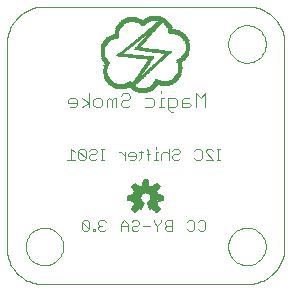
<source format=gbo>
G75*
G70*
%OFA0B0*%
%FSLAX24Y24*%
%IPPOS*%
%LPD*%
%AMOC8*
5,1,8,0,0,1.08239X$1,22.5*
%
%ADD10C,0.0000*%
%ADD11C,0.0040*%
%ADD12R,0.0130X0.0010*%
%ADD13R,0.0260X0.0010*%
%ADD14R,0.0330X0.0010*%
%ADD15R,0.0390X0.0010*%
%ADD16R,0.0450X0.0010*%
%ADD17R,0.0490X0.0010*%
%ADD18R,0.0530X0.0010*%
%ADD19R,0.0570X0.0010*%
%ADD20R,0.0610X0.0010*%
%ADD21R,0.0640X0.0010*%
%ADD22R,0.0670X0.0010*%
%ADD23R,0.0690X0.0010*%
%ADD24R,0.0730X0.0010*%
%ADD25R,0.0750X0.0010*%
%ADD26R,0.0770X0.0010*%
%ADD27R,0.0210X0.0010*%
%ADD28R,0.0320X0.0010*%
%ADD29R,0.0290X0.0010*%
%ADD30R,0.0370X0.0010*%
%ADD31R,0.0270X0.0010*%
%ADD32R,0.0420X0.0010*%
%ADD33R,0.0250X0.0010*%
%ADD34R,0.0460X0.0010*%
%ADD35R,0.0240X0.0010*%
%ADD36R,0.0520X0.0010*%
%ADD37R,0.0230X0.0010*%
%ADD38R,0.0550X0.0010*%
%ADD39R,0.0220X0.0010*%
%ADD40R,0.0800X0.0010*%
%ADD41R,0.0200X0.0010*%
%ADD42R,0.0190X0.0010*%
%ADD43R,0.0810X0.0010*%
%ADD44R,0.0280X0.0010*%
%ADD45R,0.0840X0.0010*%
%ADD46R,0.0360X0.0010*%
%ADD47R,0.0860X0.0010*%
%ADD48R,0.0880X0.0010*%
%ADD49R,0.0470X0.0010*%
%ADD50R,0.0350X0.0010*%
%ADD51R,0.0650X0.0010*%
%ADD52R,0.0310X0.0010*%
%ADD53R,0.0660X0.0010*%
%ADD54R,0.0410X0.0010*%
%ADD55R,0.0680X0.0010*%
%ADD56R,0.0700X0.0010*%
%ADD57R,0.0180X0.0010*%
%ADD58R,0.0170X0.0010*%
%ADD59R,0.0140X0.0010*%
%ADD60R,0.0110X0.0010*%
%ADD61R,0.0720X0.0010*%
%ADD62R,0.0090X0.0010*%
%ADD63R,0.0040X0.0010*%
%ADD64R,0.0160X0.0010*%
%ADD65R,0.0100X0.0010*%
%ADD66R,0.0050X0.0010*%
%ADD67R,0.0150X0.0010*%
%ADD68R,0.0120X0.0010*%
%ADD69R,0.0380X0.0010*%
%ADD70R,0.0590X0.0010*%
%ADD71R,0.0890X0.0010*%
%ADD72R,0.0970X0.0010*%
%ADD73R,0.0940X0.0010*%
%ADD74R,0.0740X0.0010*%
%ADD75R,0.0620X0.0010*%
%ADD76R,0.0510X0.0010*%
%ADD77R,0.0400X0.0010*%
%ADD78R,0.0500X0.0010*%
%ADD79R,0.0580X0.0010*%
%ADD80R,0.0760X0.0010*%
%ADD81R,0.0430X0.0010*%
%ADD82R,0.0340X0.0010*%
%ADD83R,0.0080X0.0010*%
%ADD84R,0.0440X0.0010*%
%ADD85R,0.0300X0.0010*%
%ADD86R,0.0980X0.0010*%
%ADD87R,0.1000X0.0010*%
%ADD88R,0.0630X0.0010*%
%ADD89R,0.0600X0.0010*%
%ADD90R,0.0560X0.0010*%
%ADD91R,0.0480X0.0010*%
%ADD92C,0.0030*%
%ADD93C,0.0059*%
D10*
X000411Y001660D02*
X000409Y001594D01*
X000411Y001528D01*
X000417Y001462D01*
X000426Y001396D01*
X000439Y001331D01*
X000456Y001266D01*
X000476Y001203D01*
X000500Y001141D01*
X000527Y001081D01*
X000558Y001022D01*
X000592Y000964D01*
X000629Y000909D01*
X000669Y000856D01*
X000712Y000806D01*
X000757Y000757D01*
X000806Y000712D01*
X000856Y000669D01*
X000909Y000629D01*
X000964Y000592D01*
X001022Y000558D01*
X001081Y000527D01*
X001141Y000500D01*
X001203Y000476D01*
X001266Y000456D01*
X001331Y000439D01*
X001396Y000426D01*
X001462Y000417D01*
X001528Y000411D01*
X001594Y000409D01*
X001660Y000411D01*
X001660Y000410D02*
X008410Y000410D01*
X008478Y000412D01*
X008545Y000417D01*
X008612Y000426D01*
X008679Y000439D01*
X008744Y000456D01*
X008809Y000475D01*
X008873Y000499D01*
X008935Y000526D01*
X008996Y000556D01*
X009054Y000589D01*
X009111Y000625D01*
X009166Y000665D01*
X009219Y000707D01*
X009270Y000753D01*
X009317Y000800D01*
X009363Y000851D01*
X009405Y000904D01*
X009445Y000959D01*
X009481Y001016D01*
X009514Y001074D01*
X009544Y001135D01*
X009571Y001197D01*
X009595Y001261D01*
X009614Y001326D01*
X009631Y001391D01*
X009644Y001458D01*
X009653Y001525D01*
X009658Y001592D01*
X009660Y001660D01*
X009660Y008410D01*
X009658Y008478D01*
X009653Y008545D01*
X009644Y008612D01*
X009631Y008679D01*
X009614Y008744D01*
X009595Y008809D01*
X009571Y008873D01*
X009544Y008935D01*
X009514Y008996D01*
X009481Y009054D01*
X009445Y009111D01*
X009405Y009166D01*
X009363Y009219D01*
X009317Y009270D01*
X009270Y009317D01*
X009219Y009363D01*
X009166Y009405D01*
X009111Y009445D01*
X009054Y009481D01*
X008996Y009514D01*
X008935Y009544D01*
X008873Y009571D01*
X008809Y009595D01*
X008744Y009614D01*
X008679Y009631D01*
X008612Y009644D01*
X008545Y009653D01*
X008478Y009658D01*
X008410Y009660D01*
X001660Y009660D01*
X001592Y009658D01*
X001525Y009653D01*
X001458Y009644D01*
X001391Y009631D01*
X001326Y009614D01*
X001261Y009595D01*
X001197Y009571D01*
X001135Y009544D01*
X001074Y009514D01*
X001016Y009481D01*
X000959Y009445D01*
X000904Y009405D01*
X000851Y009363D01*
X000800Y009317D01*
X000753Y009270D01*
X000707Y009219D01*
X000665Y009166D01*
X000625Y009111D01*
X000589Y009054D01*
X000556Y008996D01*
X000526Y008935D01*
X000499Y008873D01*
X000475Y008809D01*
X000456Y008744D01*
X000439Y008679D01*
X000426Y008612D01*
X000417Y008545D01*
X000412Y008478D01*
X000410Y008410D01*
X000410Y001660D01*
X001035Y001660D02*
X001037Y001710D01*
X001043Y001759D01*
X001053Y001808D01*
X001066Y001855D01*
X001084Y001902D01*
X001105Y001947D01*
X001129Y001990D01*
X001157Y002031D01*
X001188Y002070D01*
X001222Y002106D01*
X001259Y002140D01*
X001299Y002170D01*
X001340Y002197D01*
X001384Y002221D01*
X001429Y002241D01*
X001476Y002257D01*
X001524Y002270D01*
X001573Y002279D01*
X001623Y002284D01*
X001672Y002285D01*
X001722Y002282D01*
X001771Y002275D01*
X001820Y002264D01*
X001867Y002250D01*
X001913Y002231D01*
X001958Y002209D01*
X002001Y002184D01*
X002041Y002155D01*
X002079Y002123D01*
X002115Y002089D01*
X002148Y002051D01*
X002177Y002011D01*
X002203Y001969D01*
X002226Y001925D01*
X002245Y001879D01*
X002261Y001832D01*
X002273Y001783D01*
X002281Y001734D01*
X002285Y001685D01*
X002285Y001635D01*
X002281Y001586D01*
X002273Y001537D01*
X002261Y001488D01*
X002245Y001441D01*
X002226Y001395D01*
X002203Y001351D01*
X002177Y001309D01*
X002148Y001269D01*
X002115Y001231D01*
X002079Y001197D01*
X002041Y001165D01*
X002001Y001136D01*
X001958Y001111D01*
X001913Y001089D01*
X001867Y001070D01*
X001820Y001056D01*
X001771Y001045D01*
X001722Y001038D01*
X001672Y001035D01*
X001623Y001036D01*
X001573Y001041D01*
X001524Y001050D01*
X001476Y001063D01*
X001429Y001079D01*
X001384Y001099D01*
X001340Y001123D01*
X001299Y001150D01*
X001259Y001180D01*
X001222Y001214D01*
X001188Y001250D01*
X001157Y001289D01*
X001129Y001330D01*
X001105Y001373D01*
X001084Y001418D01*
X001066Y001465D01*
X001053Y001512D01*
X001043Y001561D01*
X001037Y001610D01*
X001035Y001660D01*
X007785Y001660D02*
X007787Y001710D01*
X007793Y001759D01*
X007803Y001808D01*
X007816Y001855D01*
X007834Y001902D01*
X007855Y001947D01*
X007879Y001990D01*
X007907Y002031D01*
X007938Y002070D01*
X007972Y002106D01*
X008009Y002140D01*
X008049Y002170D01*
X008090Y002197D01*
X008134Y002221D01*
X008179Y002241D01*
X008226Y002257D01*
X008274Y002270D01*
X008323Y002279D01*
X008373Y002284D01*
X008422Y002285D01*
X008472Y002282D01*
X008521Y002275D01*
X008570Y002264D01*
X008617Y002250D01*
X008663Y002231D01*
X008708Y002209D01*
X008751Y002184D01*
X008791Y002155D01*
X008829Y002123D01*
X008865Y002089D01*
X008898Y002051D01*
X008927Y002011D01*
X008953Y001969D01*
X008976Y001925D01*
X008995Y001879D01*
X009011Y001832D01*
X009023Y001783D01*
X009031Y001734D01*
X009035Y001685D01*
X009035Y001635D01*
X009031Y001586D01*
X009023Y001537D01*
X009011Y001488D01*
X008995Y001441D01*
X008976Y001395D01*
X008953Y001351D01*
X008927Y001309D01*
X008898Y001269D01*
X008865Y001231D01*
X008829Y001197D01*
X008791Y001165D01*
X008751Y001136D01*
X008708Y001111D01*
X008663Y001089D01*
X008617Y001070D01*
X008570Y001056D01*
X008521Y001045D01*
X008472Y001038D01*
X008422Y001035D01*
X008373Y001036D01*
X008323Y001041D01*
X008274Y001050D01*
X008226Y001063D01*
X008179Y001079D01*
X008134Y001099D01*
X008090Y001123D01*
X008049Y001150D01*
X008009Y001180D01*
X007972Y001214D01*
X007938Y001250D01*
X007907Y001289D01*
X007879Y001330D01*
X007855Y001373D01*
X007834Y001418D01*
X007816Y001465D01*
X007803Y001512D01*
X007793Y001561D01*
X007787Y001610D01*
X007785Y001660D01*
X007785Y008410D02*
X007787Y008460D01*
X007793Y008509D01*
X007803Y008558D01*
X007816Y008605D01*
X007834Y008652D01*
X007855Y008697D01*
X007879Y008740D01*
X007907Y008781D01*
X007938Y008820D01*
X007972Y008856D01*
X008009Y008890D01*
X008049Y008920D01*
X008090Y008947D01*
X008134Y008971D01*
X008179Y008991D01*
X008226Y009007D01*
X008274Y009020D01*
X008323Y009029D01*
X008373Y009034D01*
X008422Y009035D01*
X008472Y009032D01*
X008521Y009025D01*
X008570Y009014D01*
X008617Y009000D01*
X008663Y008981D01*
X008708Y008959D01*
X008751Y008934D01*
X008791Y008905D01*
X008829Y008873D01*
X008865Y008839D01*
X008898Y008801D01*
X008927Y008761D01*
X008953Y008719D01*
X008976Y008675D01*
X008995Y008629D01*
X009011Y008582D01*
X009023Y008533D01*
X009031Y008484D01*
X009035Y008435D01*
X009035Y008385D01*
X009031Y008336D01*
X009023Y008287D01*
X009011Y008238D01*
X008995Y008191D01*
X008976Y008145D01*
X008953Y008101D01*
X008927Y008059D01*
X008898Y008019D01*
X008865Y007981D01*
X008829Y007947D01*
X008791Y007915D01*
X008751Y007886D01*
X008708Y007861D01*
X008663Y007839D01*
X008617Y007820D01*
X008570Y007806D01*
X008521Y007795D01*
X008472Y007788D01*
X008422Y007785D01*
X008373Y007786D01*
X008323Y007791D01*
X008274Y007800D01*
X008226Y007813D01*
X008179Y007829D01*
X008134Y007849D01*
X008090Y007873D01*
X008049Y007900D01*
X008009Y007930D01*
X007972Y007964D01*
X007938Y008000D01*
X007907Y008039D01*
X007879Y008080D01*
X007855Y008123D01*
X007834Y008168D01*
X007816Y008215D01*
X007803Y008262D01*
X007793Y008311D01*
X007787Y008360D01*
X007785Y008410D01*
D11*
X007015Y006765D02*
X006862Y006612D01*
X006708Y006765D01*
X006708Y006305D01*
X006555Y006382D02*
X006478Y006458D01*
X006248Y006458D01*
X006248Y006535D02*
X006248Y006305D01*
X006478Y006305D01*
X006555Y006382D01*
X006478Y006612D02*
X006324Y006612D01*
X006248Y006535D01*
X006094Y006535D02*
X006094Y006382D01*
X006017Y006305D01*
X005787Y006305D01*
X005787Y006228D02*
X005787Y006612D01*
X006017Y006612D01*
X006094Y006535D01*
X005941Y006152D02*
X005864Y006152D01*
X005787Y006228D01*
X005634Y006305D02*
X005480Y006305D01*
X005557Y006305D02*
X005557Y006612D01*
X005634Y006612D01*
X005557Y006765D02*
X005557Y006842D01*
X005327Y006535D02*
X005327Y006382D01*
X005250Y006305D01*
X005020Y006305D01*
X005020Y006612D02*
X005250Y006612D01*
X005327Y006535D01*
X004515Y006612D02*
X004438Y006535D01*
X004285Y006535D01*
X004208Y006458D01*
X004208Y006382D01*
X004285Y006305D01*
X004438Y006305D01*
X004515Y006382D01*
X004515Y006612D02*
X004515Y006689D01*
X004438Y006765D01*
X004285Y006765D01*
X004208Y006689D01*
X004055Y006612D02*
X003978Y006612D01*
X003901Y006535D01*
X003824Y006612D01*
X003748Y006535D01*
X003748Y006305D01*
X003901Y006305D02*
X003901Y006535D01*
X004055Y006612D02*
X004055Y006305D01*
X003594Y006382D02*
X003517Y006305D01*
X003364Y006305D01*
X003287Y006382D01*
X003287Y006535D01*
X003364Y006612D01*
X003517Y006612D01*
X003594Y006535D01*
X003594Y006382D01*
X003134Y006458D02*
X002904Y006612D01*
X002750Y006535D02*
X002673Y006612D01*
X002520Y006612D01*
X002443Y006535D01*
X002443Y006458D01*
X002750Y006458D01*
X002750Y006382D02*
X002750Y006535D01*
X002750Y006382D02*
X002673Y006305D01*
X002520Y006305D01*
X002904Y006305D02*
X003134Y006458D01*
X003134Y006305D02*
X003134Y006765D01*
X007015Y006765D02*
X007015Y006305D01*
D12*
X005425Y007185D03*
X004985Y007565D03*
X005005Y007595D03*
X004915Y007465D03*
X004895Y007435D03*
X005095Y007725D03*
X005115Y007755D03*
X005185Y007855D03*
X004795Y008295D03*
X004805Y008305D03*
X004815Y008315D03*
X004825Y008325D03*
X004835Y008335D03*
X004845Y008345D03*
X004875Y008385D03*
X004885Y008395D03*
X004895Y008405D03*
X004905Y008415D03*
X004915Y008425D03*
X004945Y008465D03*
X004955Y008475D03*
X004965Y008485D03*
X004975Y008495D03*
X004985Y008505D03*
X004995Y008515D03*
X005015Y008545D03*
X005025Y008555D03*
X005035Y008565D03*
X005045Y008575D03*
X005055Y008585D03*
X005065Y008595D03*
X005095Y008635D03*
X005105Y008645D03*
X005115Y008655D03*
X005125Y008665D03*
X005135Y008675D03*
X005145Y008685D03*
X005165Y008715D03*
X004945Y006765D03*
D13*
X004940Y006775D03*
X004640Y006945D03*
X004870Y007295D03*
X003920Y007075D03*
X003830Y008555D03*
X004290Y009105D03*
X005190Y008815D03*
X005200Y008825D03*
X005210Y008835D03*
X005220Y008845D03*
X005230Y008855D03*
X005350Y009315D03*
X005960Y007175D03*
D14*
X005175Y006915D03*
X004945Y006785D03*
X003885Y008575D03*
X003975Y008645D03*
X004365Y009135D03*
X005355Y009305D03*
D15*
X005355Y009295D03*
X005615Y009115D03*
X005985Y008825D03*
X004925Y009115D03*
X004565Y007075D03*
X004945Y006795D03*
D16*
X004945Y006805D03*
X006085Y008735D03*
X006025Y008785D03*
X005355Y009285D03*
D17*
X004925Y008235D03*
X005045Y007915D03*
X004945Y006815D03*
D18*
X004945Y006825D03*
X005355Y009265D03*
D19*
X005355Y009255D03*
X004955Y008225D03*
X004945Y006835D03*
D20*
X004945Y006845D03*
X005355Y009245D03*
D21*
X005350Y009235D03*
X005580Y007045D03*
X004940Y006855D03*
D22*
X004945Y006865D03*
X005625Y007075D03*
X005565Y008125D03*
X005355Y009225D03*
D23*
X004945Y006875D03*
D24*
X004945Y006885D03*
X005695Y007145D03*
X005025Y008205D03*
X005355Y009205D03*
D25*
X005355Y009195D03*
X005245Y008175D03*
X005095Y008195D03*
X005535Y008135D03*
X004945Y006895D03*
D26*
X004945Y006905D03*
X005355Y009185D03*
D27*
X005365Y008985D03*
X005355Y008975D03*
X005345Y008965D03*
X005725Y009095D03*
X005735Y009085D03*
X006285Y008655D03*
X006295Y008645D03*
X006305Y008635D03*
X006175Y007815D03*
X004945Y009065D03*
X004225Y009055D03*
X004215Y009045D03*
X004205Y009035D03*
X003825Y007145D03*
X003835Y007135D03*
X003845Y007125D03*
X004215Y006905D03*
D28*
X004710Y006915D03*
X005700Y008085D03*
X006170Y008725D03*
X005620Y009145D03*
X005590Y009175D03*
X005110Y009175D03*
X004590Y009265D03*
X004860Y008255D03*
D29*
X005095Y008725D03*
X005105Y008735D03*
X005115Y008745D03*
X005125Y008755D03*
X005135Y008765D03*
X005615Y009165D03*
X005925Y008865D03*
X006195Y008715D03*
X005205Y006925D03*
X004685Y006925D03*
X004215Y006915D03*
X004265Y008055D03*
X003995Y008665D03*
D30*
X003935Y008605D03*
X003925Y008595D03*
X003915Y008585D03*
X004585Y007085D03*
X004205Y006925D03*
X005975Y008835D03*
D31*
X006215Y008705D03*
X005175Y008805D03*
X005165Y008795D03*
X004005Y008675D03*
X004895Y007325D03*
X004885Y007315D03*
X004875Y007305D03*
X004655Y006935D03*
X005225Y006935D03*
D32*
X005670Y007035D03*
X004520Y007055D03*
X004210Y006935D03*
X006000Y008805D03*
D33*
X006235Y008695D03*
X006225Y007875D03*
X006215Y007865D03*
X005975Y007185D03*
X005245Y006945D03*
X004855Y007285D03*
X004845Y007275D03*
X004625Y006955D03*
X004825Y008265D03*
X005245Y008865D03*
X005255Y008875D03*
X004275Y009095D03*
X004015Y008685D03*
X003815Y008545D03*
D34*
X004210Y006945D03*
D35*
X003900Y007085D03*
X004820Y007245D03*
X004830Y007255D03*
X004840Y007265D03*
X005260Y006955D03*
X005460Y007155D03*
X006190Y007835D03*
X006200Y007845D03*
X006210Y007855D03*
X006240Y007885D03*
X005730Y008075D03*
X006250Y008685D03*
X005270Y008895D03*
X005260Y008885D03*
X004940Y009075D03*
X003800Y008535D03*
D36*
X004590Y009225D03*
X004210Y006955D03*
D37*
X003885Y007095D03*
X004615Y006965D03*
X004785Y007205D03*
X004795Y007215D03*
X004805Y007225D03*
X004815Y007235D03*
X005275Y006965D03*
X005995Y007195D03*
X006005Y007205D03*
X006185Y007825D03*
X006255Y007895D03*
X006265Y007905D03*
X006255Y008675D03*
X005895Y008875D03*
X005315Y008935D03*
X005305Y008925D03*
X005295Y008915D03*
X005285Y008905D03*
X004595Y009275D03*
X004265Y009085D03*
X003785Y008525D03*
D38*
X004205Y006965D03*
D39*
X003870Y007105D03*
X003860Y007115D03*
X004760Y007175D03*
X004770Y007185D03*
X004780Y007195D03*
X005290Y006975D03*
X005300Y006985D03*
X006020Y007215D03*
X006030Y007225D03*
X006280Y007915D03*
X006270Y008665D03*
X005710Y009105D03*
X005340Y008955D03*
X005330Y008945D03*
X004250Y009075D03*
X004240Y009065D03*
X004030Y008695D03*
X003770Y008515D03*
X003760Y008505D03*
D40*
X004910Y007945D03*
X004300Y006985D03*
X004310Y006975D03*
X004280Y006995D03*
D41*
X004730Y007145D03*
X004740Y007155D03*
X004750Y007165D03*
X005310Y006995D03*
X005320Y007005D03*
X005330Y007015D03*
X006040Y007235D03*
X006050Y007245D03*
X006060Y007255D03*
X006170Y007805D03*
X006290Y007925D03*
X006300Y007935D03*
X006310Y007945D03*
X006320Y007955D03*
X005760Y009055D03*
X005750Y009065D03*
X005740Y009075D03*
X005410Y009025D03*
X005400Y009015D03*
X005390Y009005D03*
X005380Y008995D03*
X003750Y008495D03*
X003740Y008485D03*
X003730Y008475D03*
X003720Y008465D03*
D42*
X003715Y008455D03*
X003705Y008445D03*
X003695Y008435D03*
X004045Y008705D03*
X004185Y009015D03*
X004195Y009025D03*
X004945Y009055D03*
X005425Y009035D03*
X005435Y009045D03*
X005765Y009045D03*
X005775Y009035D03*
X006315Y008625D03*
X006325Y008615D03*
X006335Y008605D03*
X006335Y007975D03*
X006325Y007965D03*
X006165Y007795D03*
X006085Y007285D03*
X006075Y007275D03*
X006065Y007265D03*
X005675Y007005D03*
X005445Y007165D03*
X005345Y007035D03*
X005335Y007025D03*
X004725Y007135D03*
X004715Y007125D03*
X004705Y007115D03*
X003815Y007155D03*
X003805Y007165D03*
X003795Y007175D03*
X003785Y007195D03*
X003735Y007775D03*
X003725Y007795D03*
X003715Y007805D03*
X003705Y007815D03*
X004225Y008065D03*
D43*
X004275Y007005D03*
D44*
X003930Y007065D03*
X004900Y007335D03*
X005130Y007895D03*
X005940Y007165D03*
X005670Y007015D03*
X005150Y008775D03*
X005160Y008785D03*
X004940Y009085D03*
X004310Y009115D03*
X003850Y008565D03*
D45*
X004480Y008005D03*
X004270Y007015D03*
D46*
X005670Y007025D03*
X003960Y008625D03*
X003950Y008615D03*
X005620Y009125D03*
D47*
X004270Y007025D03*
D48*
X004270Y007035D03*
D49*
X004485Y007045D03*
X006065Y008745D03*
X006055Y008755D03*
X006045Y008765D03*
X006035Y008775D03*
D50*
X003965Y008635D03*
X003985Y007045D03*
D51*
X005595Y007055D03*
D52*
X005915Y007155D03*
X005945Y008855D03*
X004935Y009095D03*
X003985Y008655D03*
X003955Y007055D03*
D53*
X004990Y008215D03*
X004590Y009185D03*
X005610Y007065D03*
D54*
X005665Y008095D03*
X005995Y008815D03*
X004895Y008245D03*
X004545Y007065D03*
D55*
X005640Y007085D03*
D56*
X005650Y007095D03*
X005660Y007105D03*
X005670Y007115D03*
X004950Y007935D03*
X004590Y009175D03*
X005350Y009215D03*
D57*
X005450Y009065D03*
X005440Y009055D03*
X005780Y009025D03*
X005790Y009015D03*
X006340Y008595D03*
X006350Y008585D03*
X006360Y008565D03*
X006370Y008555D03*
X006360Y008005D03*
X006350Y007995D03*
X006340Y007985D03*
X006100Y007305D03*
X006090Y007295D03*
X005180Y007885D03*
X004700Y007105D03*
X004690Y007095D03*
X003790Y007185D03*
X003780Y007205D03*
X003770Y007215D03*
X003740Y007765D03*
X003730Y007785D03*
X003700Y007825D03*
X003690Y007835D03*
X003690Y007845D03*
X003680Y007855D03*
X003670Y008395D03*
X003680Y008415D03*
X003690Y008425D03*
X004150Y008965D03*
X004160Y008975D03*
X004170Y008995D03*
X004180Y009005D03*
D58*
X004165Y008985D03*
X004145Y008955D03*
X004135Y008945D03*
X004135Y008935D03*
X004125Y008925D03*
X003675Y008405D03*
X003665Y008385D03*
X003655Y008375D03*
X003645Y008355D03*
X003645Y007915D03*
X003655Y007895D03*
X003665Y007875D03*
X003675Y007865D03*
X003745Y007755D03*
X003725Y007685D03*
X003735Y007275D03*
X003745Y007255D03*
X003755Y007235D03*
X003765Y007225D03*
X004495Y007095D03*
X006105Y007315D03*
X006115Y007325D03*
X006115Y007335D03*
X006125Y007345D03*
X006135Y007365D03*
X006145Y007385D03*
X006155Y007785D03*
X006365Y008015D03*
X006375Y008025D03*
X006375Y008035D03*
X006385Y008045D03*
X006385Y008055D03*
X006395Y008505D03*
X006385Y008525D03*
X006385Y008535D03*
X006375Y008545D03*
X006355Y008575D03*
X005835Y008935D03*
X005825Y008955D03*
X005815Y008975D03*
X005805Y008985D03*
X005805Y008995D03*
X005795Y009005D03*
X005495Y009105D03*
X005485Y009095D03*
X005475Y009085D03*
X005465Y009075D03*
X004945Y009045D03*
D59*
X004950Y009035D03*
X005160Y008705D03*
X005150Y008695D03*
X005090Y008625D03*
X005080Y008615D03*
X005070Y008605D03*
X005010Y008535D03*
X005000Y008525D03*
X004940Y008455D03*
X004930Y008445D03*
X004920Y008435D03*
X004870Y008375D03*
X004860Y008365D03*
X004850Y008355D03*
X004790Y008285D03*
X005380Y007715D03*
X005390Y007725D03*
X005500Y007825D03*
X005510Y007835D03*
X005610Y007925D03*
X005620Y007935D03*
X005630Y007945D03*
X005740Y008045D03*
X005750Y008055D03*
X006190Y007635D03*
X006190Y007625D03*
X006190Y007615D03*
X006190Y007605D03*
X006190Y007565D03*
X006190Y007555D03*
X006440Y008355D03*
X005270Y007615D03*
X005260Y007605D03*
X005150Y007505D03*
X005140Y007495D03*
X005030Y007395D03*
X005020Y007385D03*
X004500Y007105D03*
X003690Y007425D03*
X003690Y007435D03*
X003690Y007555D03*
X003600Y008055D03*
D60*
X004505Y007115D03*
D61*
X005680Y007125D03*
X005690Y007135D03*
D62*
X004505Y007125D03*
D63*
X004510Y007135D03*
D64*
X003750Y007245D03*
X003740Y007265D03*
X003730Y007285D03*
X003730Y007295D03*
X003720Y007305D03*
X003720Y007315D03*
X003710Y007335D03*
X003710Y007345D03*
X003700Y007375D03*
X003700Y007605D03*
X003710Y007645D03*
X003720Y007665D03*
X003720Y007675D03*
X003730Y007695D03*
X003730Y007705D03*
X003740Y007715D03*
X003740Y007725D03*
X003750Y007735D03*
X003750Y007745D03*
X003660Y007885D03*
X003650Y007905D03*
X003640Y007925D03*
X003640Y007935D03*
X003630Y007945D03*
X003630Y007955D03*
X003620Y007965D03*
X003620Y007975D03*
X003610Y008005D03*
X003620Y008285D03*
X003620Y008295D03*
X003630Y008315D03*
X003630Y008325D03*
X003640Y008335D03*
X003640Y008345D03*
X003650Y008365D03*
X004090Y008835D03*
X004100Y008855D03*
X004100Y008865D03*
X004110Y008885D03*
X004110Y008895D03*
X004120Y008905D03*
X004120Y008915D03*
X004590Y008375D03*
X004580Y008365D03*
X004570Y008355D03*
X004560Y008345D03*
X004540Y008335D03*
X004530Y008325D03*
X004520Y008315D03*
X004510Y008305D03*
X004480Y008285D03*
X004470Y008275D03*
X004460Y008265D03*
X004450Y008255D03*
X004430Y008245D03*
X004420Y008235D03*
X004410Y008225D03*
X004400Y008215D03*
X004370Y008195D03*
X004360Y008185D03*
X004350Y008175D03*
X004320Y008155D03*
X004310Y008145D03*
X004300Y008135D03*
X004290Y008125D03*
X004270Y008115D03*
X004260Y008105D03*
X004250Y008095D03*
X004240Y008085D03*
X004610Y008385D03*
X004620Y008395D03*
X004630Y008405D03*
X004640Y008415D03*
X004670Y008435D03*
X004680Y008445D03*
X004690Y008455D03*
X004700Y008465D03*
X004720Y008475D03*
X004730Y008485D03*
X004740Y008495D03*
X004750Y008505D03*
X004770Y008515D03*
X004780Y008525D03*
X004790Y008535D03*
X004800Y008545D03*
X004830Y008565D03*
X004840Y008575D03*
X004850Y008585D03*
X004860Y008595D03*
X004880Y008605D03*
X004890Y008615D03*
X004900Y008625D03*
X004910Y008635D03*
X004930Y008645D03*
X004940Y008655D03*
X004950Y008665D03*
X004960Y008675D03*
X004980Y008685D03*
X004990Y008695D03*
X005000Y008705D03*
X005010Y008715D03*
X004790Y008275D03*
X005760Y008065D03*
X006160Y007775D03*
X006160Y007765D03*
X006170Y007745D03*
X006170Y007735D03*
X006180Y007495D03*
X006170Y007455D03*
X006160Y007425D03*
X006160Y007415D03*
X006150Y007405D03*
X006150Y007395D03*
X006140Y007375D03*
X006130Y007355D03*
X005430Y007175D03*
X006390Y008065D03*
X006400Y008075D03*
X006400Y008085D03*
X006410Y008095D03*
X006410Y008105D03*
X006420Y008125D03*
X006420Y008135D03*
X006430Y008165D03*
X006420Y008445D03*
X006420Y008455D03*
X006410Y008465D03*
X006410Y008475D03*
X006400Y008495D03*
X006390Y008515D03*
X005850Y008895D03*
X005840Y008915D03*
X005840Y008925D03*
X005830Y008945D03*
X005820Y008965D03*
D65*
X004950Y009015D03*
X005420Y007195D03*
D66*
X005415Y007205D03*
D67*
X005165Y007515D03*
X005175Y007525D03*
X005185Y007535D03*
X005195Y007545D03*
X005205Y007555D03*
X005215Y007565D03*
X005225Y007575D03*
X005235Y007585D03*
X005245Y007595D03*
X005285Y007625D03*
X005295Y007635D03*
X005305Y007645D03*
X005315Y007655D03*
X005325Y007665D03*
X005335Y007675D03*
X005345Y007685D03*
X005355Y007695D03*
X005365Y007705D03*
X005405Y007735D03*
X005415Y007745D03*
X005425Y007755D03*
X005435Y007765D03*
X005445Y007775D03*
X005455Y007785D03*
X005465Y007795D03*
X005475Y007805D03*
X005485Y007815D03*
X005525Y007845D03*
X005535Y007855D03*
X005545Y007865D03*
X005555Y007875D03*
X005565Y007885D03*
X005575Y007895D03*
X005585Y007905D03*
X005595Y007915D03*
X005645Y007955D03*
X005655Y007965D03*
X005665Y007975D03*
X005675Y007985D03*
X005685Y007995D03*
X005695Y008005D03*
X005705Y008015D03*
X005715Y008025D03*
X005725Y008035D03*
X006165Y007755D03*
X006175Y007725D03*
X006175Y007715D03*
X006175Y007705D03*
X006185Y007695D03*
X006185Y007685D03*
X006185Y007675D03*
X006185Y007665D03*
X006185Y007655D03*
X006185Y007645D03*
X006195Y007595D03*
X006195Y007585D03*
X006195Y007575D03*
X006185Y007545D03*
X006185Y007535D03*
X006185Y007525D03*
X006185Y007515D03*
X006185Y007505D03*
X006175Y007485D03*
X006175Y007475D03*
X006175Y007465D03*
X006165Y007445D03*
X006165Y007435D03*
X006415Y008115D03*
X006425Y008145D03*
X006425Y008155D03*
X006435Y008175D03*
X006435Y008185D03*
X006435Y008195D03*
X006435Y008205D03*
X006435Y008215D03*
X006445Y008225D03*
X006445Y008235D03*
X006445Y008245D03*
X006445Y008255D03*
X006445Y008265D03*
X006445Y008275D03*
X006445Y008285D03*
X006445Y008295D03*
X006445Y008305D03*
X006445Y008315D03*
X006445Y008325D03*
X006445Y008335D03*
X006445Y008345D03*
X006435Y008365D03*
X006435Y008375D03*
X006435Y008385D03*
X006435Y008395D03*
X006435Y008405D03*
X006425Y008415D03*
X006425Y008425D03*
X006425Y008435D03*
X006405Y008485D03*
X005855Y008885D03*
X005845Y008905D03*
X005355Y009325D03*
X004815Y008555D03*
X004655Y008425D03*
X004495Y008295D03*
X004385Y008205D03*
X004335Y008165D03*
X004225Y008075D03*
X003715Y007655D03*
X003705Y007635D03*
X003705Y007625D03*
X003705Y007615D03*
X003695Y007595D03*
X003695Y007585D03*
X003695Y007575D03*
X003695Y007565D03*
X003685Y007545D03*
X003685Y007535D03*
X003685Y007525D03*
X003685Y007515D03*
X003685Y007505D03*
X003685Y007495D03*
X003685Y007485D03*
X003685Y007475D03*
X003685Y007465D03*
X003685Y007455D03*
X003685Y007445D03*
X003695Y007415D03*
X003695Y007405D03*
X003695Y007395D03*
X003695Y007385D03*
X003705Y007365D03*
X003705Y007355D03*
X003715Y007325D03*
X003615Y007985D03*
X003615Y007995D03*
X003605Y008015D03*
X003605Y008025D03*
X003605Y008035D03*
X003605Y008045D03*
X003595Y008065D03*
X003595Y008075D03*
X003595Y008085D03*
X003595Y008095D03*
X003595Y008105D03*
X003595Y008115D03*
X003595Y008125D03*
X003595Y008135D03*
X003595Y008145D03*
X003595Y008155D03*
X003595Y008165D03*
X003595Y008175D03*
X003595Y008185D03*
X003595Y008195D03*
X003595Y008205D03*
X003605Y008215D03*
X003605Y008225D03*
X003605Y008235D03*
X003605Y008245D03*
X003615Y008255D03*
X003615Y008265D03*
X003615Y008275D03*
X003625Y008305D03*
X004065Y008715D03*
X004075Y008725D03*
X004075Y008735D03*
X004075Y008745D03*
X004075Y008755D03*
X004075Y008765D03*
X004075Y008775D03*
X004075Y008785D03*
X004085Y008795D03*
X004085Y008805D03*
X004085Y008815D03*
X004085Y008825D03*
X004095Y008845D03*
X004105Y008875D03*
X005125Y007485D03*
X005115Y007475D03*
X005105Y007465D03*
X005095Y007455D03*
X005085Y007445D03*
X005075Y007435D03*
X005065Y007425D03*
X005055Y007415D03*
X005045Y007405D03*
X005005Y007375D03*
X004995Y007365D03*
X004985Y007355D03*
X004975Y007345D03*
D68*
X004870Y007395D03*
X004870Y007405D03*
X004880Y007415D03*
X004890Y007425D03*
X004900Y007445D03*
X004910Y007455D03*
X004920Y007475D03*
X004930Y007485D03*
X004940Y007495D03*
X004940Y007505D03*
X004950Y007515D03*
X004960Y007525D03*
X004960Y007535D03*
X004970Y007545D03*
X004980Y007555D03*
X004990Y007575D03*
X005000Y007585D03*
X005010Y007605D03*
X005020Y007615D03*
X005030Y007625D03*
X005030Y007635D03*
X005040Y007645D03*
X005050Y007655D03*
X005050Y007665D03*
X005060Y007675D03*
X005070Y007685D03*
X005070Y007695D03*
X005080Y007705D03*
X005090Y007715D03*
X005100Y007735D03*
X005110Y007745D03*
X005120Y007765D03*
X005130Y007775D03*
X005140Y007785D03*
X005140Y007795D03*
X005150Y007805D03*
X005160Y007815D03*
X005160Y007825D03*
X005170Y007835D03*
X005180Y007845D03*
X005190Y007865D03*
X005200Y007875D03*
X004860Y007385D03*
X004850Y007375D03*
X004850Y007365D03*
X004840Y007355D03*
X004830Y007345D03*
X004950Y009025D03*
D69*
X004590Y009255D03*
X005090Y007905D03*
D70*
X004995Y007925D03*
D71*
X004865Y007955D03*
D72*
X004795Y007965D03*
X004705Y007975D03*
X004615Y007985D03*
X004695Y009145D03*
D73*
X004520Y007995D03*
D74*
X004440Y008015D03*
D75*
X004390Y008025D03*
D76*
X004355Y008035D03*
X004905Y009135D03*
D77*
X004310Y008045D03*
D78*
X005630Y008105D03*
X005350Y009275D03*
D79*
X005600Y008115D03*
D80*
X005470Y008145D03*
X005390Y008155D03*
X005320Y008165D03*
X005170Y008185D03*
D81*
X006015Y008795D03*
X004595Y009245D03*
D82*
X004930Y009105D03*
X005620Y009135D03*
X005960Y008845D03*
D83*
X004950Y009005D03*
X004590Y009285D03*
D84*
X004920Y009125D03*
D85*
X004330Y009125D03*
X005620Y009155D03*
D86*
X004710Y009155D03*
D87*
X004730Y009165D03*
D88*
X004595Y009195D03*
D89*
X004590Y009205D03*
D90*
X004590Y009215D03*
D91*
X004590Y009235D03*
D92*
X005371Y004982D02*
X005371Y004920D01*
X005371Y004797D02*
X005371Y004550D01*
X005433Y004550D02*
X005309Y004550D01*
X005126Y004550D02*
X005126Y004859D01*
X005064Y004920D01*
X004942Y004797D02*
X004818Y004797D01*
X004880Y004859D02*
X004880Y004612D01*
X004818Y004550D01*
X004696Y004612D02*
X004696Y004735D01*
X004635Y004797D01*
X004511Y004797D01*
X004449Y004735D01*
X004449Y004673D01*
X004696Y004673D01*
X004696Y004612D02*
X004635Y004550D01*
X004511Y004550D01*
X004328Y004550D02*
X004328Y004797D01*
X004205Y004797D02*
X004328Y004673D01*
X004205Y004797D02*
X004143Y004797D01*
X003653Y004920D02*
X003529Y004920D01*
X003591Y004920D02*
X003591Y004550D01*
X003653Y004550D02*
X003529Y004550D01*
X003407Y004612D02*
X003345Y004550D01*
X003222Y004550D01*
X003160Y004612D01*
X003160Y004673D01*
X003222Y004735D01*
X003345Y004735D01*
X003407Y004797D01*
X003407Y004859D01*
X003345Y004920D01*
X003222Y004920D01*
X003160Y004859D01*
X003039Y004859D02*
X002977Y004920D01*
X002854Y004920D01*
X002792Y004859D01*
X003039Y004612D01*
X002977Y004550D01*
X002854Y004550D01*
X002792Y004612D01*
X002792Y004859D01*
X002671Y004797D02*
X002547Y004920D01*
X002547Y004550D01*
X002424Y004550D02*
X002671Y004550D01*
X003039Y004612D02*
X003039Y004859D01*
X005064Y004735D02*
X005187Y004735D01*
X005371Y004797D02*
X005433Y004797D01*
X005554Y004735D02*
X005554Y004550D01*
X005554Y004735D02*
X005616Y004797D01*
X005739Y004797D01*
X005801Y004735D01*
X005923Y004673D02*
X005923Y004612D01*
X005984Y004550D01*
X006108Y004550D01*
X006170Y004612D01*
X006108Y004735D02*
X005984Y004735D01*
X005923Y004673D01*
X005801Y004550D02*
X005801Y004920D01*
X005923Y004859D02*
X005984Y004920D01*
X006108Y004920D01*
X006170Y004859D01*
X006170Y004797D01*
X006108Y004735D01*
X006659Y004612D02*
X006721Y004550D01*
X006844Y004550D01*
X006906Y004612D01*
X006906Y004859D01*
X006844Y004920D01*
X006721Y004920D01*
X006659Y004859D01*
X007028Y004859D02*
X007028Y004797D01*
X007274Y004550D01*
X007028Y004550D01*
X007028Y004859D02*
X007089Y004920D01*
X007213Y004920D01*
X007274Y004859D01*
X007397Y004920D02*
X007520Y004920D01*
X007458Y004920D02*
X007458Y004550D01*
X007397Y004550D02*
X007520Y004550D01*
X006958Y002545D02*
X006835Y002545D01*
X006773Y002484D01*
X006652Y002484D02*
X006652Y002237D01*
X006590Y002175D01*
X006467Y002175D01*
X006405Y002237D01*
X006405Y002484D02*
X006467Y002545D01*
X006590Y002545D01*
X006652Y002484D01*
X006773Y002237D02*
X006835Y002175D01*
X006958Y002175D01*
X007020Y002237D01*
X007020Y002484D01*
X006958Y002545D01*
X005915Y002545D02*
X005915Y002175D01*
X005730Y002175D01*
X005668Y002237D01*
X005668Y002298D01*
X005730Y002360D01*
X005915Y002360D01*
X005730Y002360D02*
X005668Y002422D01*
X005668Y002484D01*
X005730Y002545D01*
X005915Y002545D01*
X005547Y002545D02*
X005547Y002484D01*
X005423Y002360D01*
X005423Y002175D01*
X005423Y002360D02*
X005300Y002484D01*
X005300Y002545D01*
X005178Y002360D02*
X004932Y002360D01*
X004810Y002422D02*
X004748Y002360D01*
X004625Y002360D01*
X004563Y002298D01*
X004563Y002237D01*
X004625Y002175D01*
X004748Y002175D01*
X004810Y002237D01*
X004810Y002422D02*
X004810Y002484D01*
X004748Y002545D01*
X004625Y002545D01*
X004563Y002484D01*
X004442Y002422D02*
X004318Y002545D01*
X004195Y002422D01*
X004195Y002175D01*
X004195Y002360D02*
X004442Y002360D01*
X004442Y002422D02*
X004442Y002175D01*
X003705Y002237D02*
X003643Y002175D01*
X003520Y002175D01*
X003458Y002237D01*
X003458Y002298D01*
X003520Y002360D01*
X003582Y002360D01*
X003520Y002360D02*
X003458Y002422D01*
X003458Y002484D01*
X003520Y002545D01*
X003643Y002545D01*
X003705Y002484D01*
X003337Y002237D02*
X003337Y002175D01*
X003275Y002175D01*
X003275Y002237D01*
X003337Y002237D01*
X003153Y002237D02*
X003153Y002484D01*
X003091Y002545D01*
X002968Y002545D01*
X002906Y002484D01*
X003153Y002237D01*
X003091Y002175D01*
X002968Y002175D01*
X002906Y002237D01*
X002906Y002484D01*
D93*
X004449Y003213D02*
X004449Y003357D01*
X004639Y003376D01*
X004660Y003440D01*
X004691Y003500D01*
X004570Y003649D01*
X004671Y003750D01*
X004820Y003629D01*
X004880Y003660D01*
X004944Y003681D01*
X004963Y003871D01*
X005107Y003871D01*
X005126Y003681D01*
X005190Y003660D01*
X005250Y003629D01*
X005399Y003750D01*
X005500Y003649D01*
X005379Y003500D01*
X005410Y003440D01*
X005431Y003376D01*
X005621Y003357D01*
X005621Y003213D01*
X005431Y003194D01*
X005410Y003130D01*
X005379Y003070D01*
X005500Y002921D01*
X005399Y002820D01*
X005250Y002941D01*
X005190Y002910D01*
X005106Y003114D01*
X005143Y003136D01*
X005175Y003165D01*
X005199Y003201D01*
X005214Y003242D01*
X005220Y003285D01*
X005214Y003329D01*
X005199Y003370D01*
X005174Y003407D01*
X005141Y003436D01*
X005102Y003457D01*
X005059Y003468D01*
X005015Y003468D01*
X004972Y003458D01*
X004933Y003438D01*
X004899Y003410D01*
X004873Y003374D01*
X004857Y003333D01*
X004851Y003289D01*
X004855Y003245D01*
X004870Y003203D01*
X004894Y003166D01*
X004926Y003136D01*
X004964Y003114D01*
X004880Y002910D01*
X004820Y002941D01*
X004671Y002820D01*
X004570Y002921D01*
X004691Y003070D01*
X004660Y003130D01*
X004639Y003194D01*
X004449Y003213D01*
X004449Y003230D02*
X004860Y003230D01*
X004851Y003288D02*
X004449Y003288D01*
X004449Y003345D02*
X004862Y003345D01*
X004894Y003403D02*
X004648Y003403D01*
X004670Y003460D02*
X004981Y003460D01*
X005088Y003460D02*
X005400Y003460D01*
X005394Y003518D02*
X004676Y003518D01*
X004629Y003576D02*
X005441Y003576D01*
X005488Y003633D02*
X005255Y003633D01*
X005243Y003633D02*
X004827Y003633D01*
X004815Y003633D02*
X004582Y003633D01*
X004612Y003691D02*
X004745Y003691D01*
X004674Y003748D02*
X004669Y003748D01*
X004951Y003748D02*
X005119Y003748D01*
X005125Y003691D02*
X004945Y003691D01*
X004956Y003806D02*
X005114Y003806D01*
X005108Y003863D02*
X004962Y003863D01*
X005325Y003691D02*
X005458Y003691D01*
X005401Y003748D02*
X005396Y003748D01*
X005422Y003403D02*
X005176Y003403D01*
X005208Y003345D02*
X005621Y003345D01*
X005621Y003288D02*
X005219Y003288D01*
X005210Y003230D02*
X005621Y003230D01*
X005424Y003173D02*
X005180Y003173D01*
X005107Y003115D02*
X005403Y003115D01*
X005389Y003058D02*
X005129Y003058D01*
X005153Y003000D02*
X005436Y003000D01*
X005483Y002942D02*
X005177Y002942D01*
X005319Y002885D02*
X005464Y002885D01*
X005406Y002827D02*
X005389Y002827D01*
X004941Y003058D02*
X004681Y003058D01*
X004667Y003115D02*
X004963Y003115D01*
X004890Y003173D02*
X004646Y003173D01*
X004634Y003000D02*
X004917Y003000D01*
X004893Y002942D02*
X004587Y002942D01*
X004606Y002885D02*
X004751Y002885D01*
X004681Y002827D02*
X004664Y002827D01*
M02*

</source>
